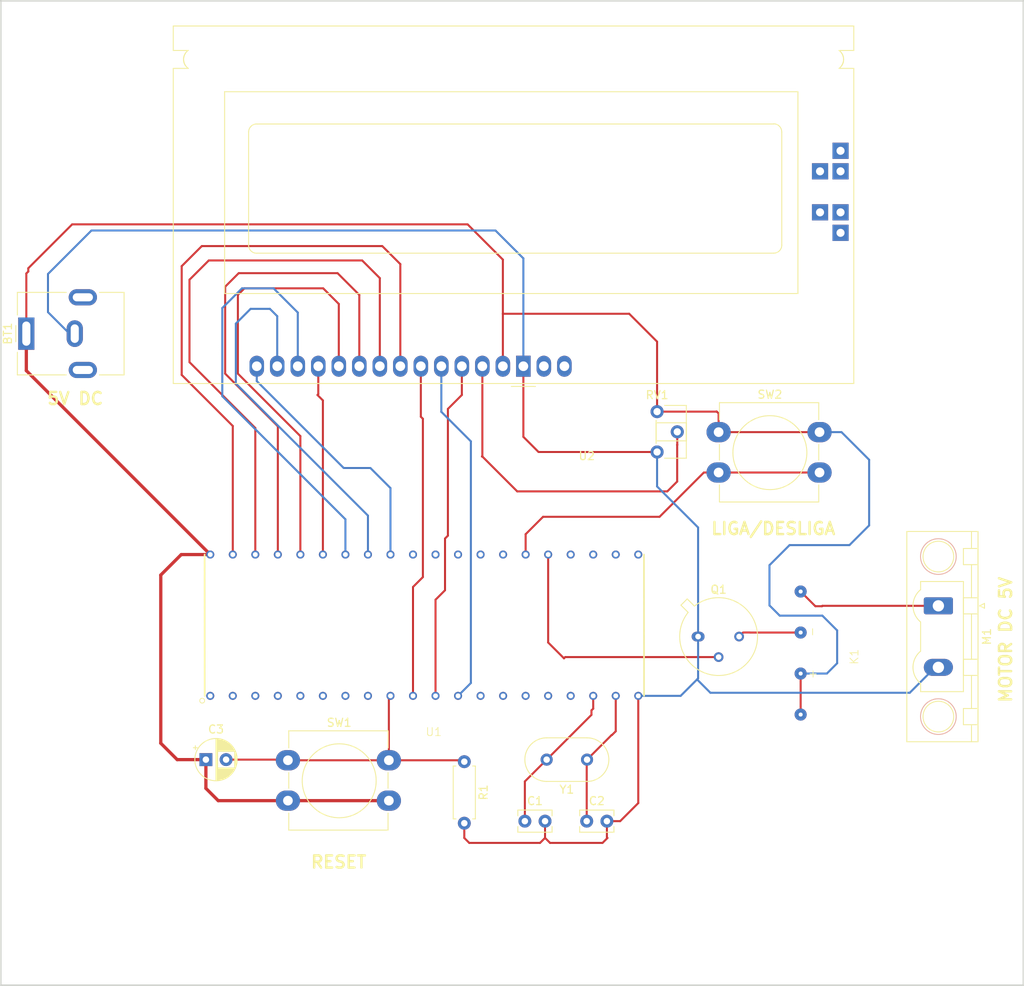
<source format=kicad_pcb>
(kicad_pcb (version 20221018) (generator pcbnew)
  (title_block (title "Desafio Sillion") (rev "V01") (comment 1 "Autor: Christiano Araújo"))
  (layers (0 "F.Cu" signal) (31 "B.Cu" signal) (34 "B.Paste" user) (35 "F.Paste" user) (36 "B.SilkS" user "B.Silkscreen") (37 "F.SilkS" user "F.Silkscreen") (38 "B.Mask" user) (39 "F.Mask" user) (44 "Edge.Cuts" user))
  (net 0 "")
  (net 1 "Net-(U1-XTAL2)")
  (net 2 "GND")
  (net 3 "Net-(U1-XTAL1)")
  (net 4 "VCC")
  (net 5 "Net-(U1-RST)")
  (net 6 "Net-(M1-+)")
  (net 7 "Net-(Q1-C)")
  (net 8 "Net-(Q1-B)")
  (net 9 "Net-(U2-VO)")
  (net 10 "Net-(U1-P2.5)")
  (net 19 "Net-(U1-P3.0)")
  (net 20 "Net-(U1-P3.1)")
  (net 21 "Net-(U1-P3.2)")
  (net 36 "Net-(U1-P0.7)")
  (net 37 "Net-(U1-P0.6)")
  (net 38 "Net-(U1-P0.5)")
  (net 39 "Net-(U1-P0.4)")
  (net 40 "Net-(U1-P0.3)")
  (net 41 "Net-(U1-P0.2)")
  (net 42 "Net-(U1-P0.1)")
  (net 43 "Net-(U1-P0.0)")
  (footprint "Capacitor_THT:C_Rect_L4.0mm_W2.5mm_P2.50mm" (layer "F.Cu") (at 136.024 132.08)
    (fp_text reference "C1" (at 1.25 -2.5) (layer "F.SilkS"))
    (fp_text value "33pF")
    (pad "1" thru_hole circle (at 0 0) (size 1.6 1.6) (drill 0.8) (layers "*.Cu" "*.Mask") (net 1 "Net-(U1-XTAL2)"))
    (pad "2" thru_hole circle (at 2.5 0) (size 1.6 1.6) (drill 0.8) (layers "*.Cu" "*.Mask") (net 2 "GND"))
  )
  (footprint "Potentiometer_THT:Potentiometer_ACP_CA6-H2,5_Horizontal" (layer "F.Cu") (at 152.4 81.36)
    (fp_text reference "RV1" (at 0 -2.06) (layer "F.SilkS"))
    (fp_text value "10K")
    (pad "1" thru_hole circle (at 0 0) (size 1.62 1.62) (drill 0.9) (layers "*.Cu" "*.Mask") (net 4 "VCC"))
    (pad "2" thru_hole circle (at 2.5 2.5) (size 1.62 1.62) (drill 0.9) (layers "*.Cu" "*.Mask") (net 9 "Net-(U2-VO)"))
    (pad "3" thru_hole circle (at 0 5) (size 1.62 1.62) (drill 0.9) (layers "*.Cu" "*.Mask") (net 2 "GND"))
  )
  (footprint "Capacitor_THT:CP_Radial_D5.0mm_P2.50mm" (layer "F.Cu") (at 96.52 124.46)
    (fp_text reference "C3" (at 1.25 -3.75) (layer "F.SilkS"))
    (fp_text value "10uF/16V")
    (pad "1" thru_hole rect (at 0 0) (size 1.6 1.6) (drill 0.8) (layers "*.Cu" "*.Mask") (net 4 "VCC"))
    (pad "2" thru_hole circle (at 2.5 0) (size 1.6 1.6) (drill 0.8) (layers "*.Cu" "*.Mask") (net 5 "Net-(U1-RST)"))
  )
  (footprint "Button_Switch_THT:SW_PUSH-12mm_Wuerth-430476085716" (layer "F.Cu") (at 106.68 124.54)
    (fp_text reference "SW1" (at 6.35 -4.66) (layer "F.SilkS"))
    (fp_text value "SW_Push")
    (pad "1" thru_hole oval (at 0 0) (size 3 2.5) (drill 1.2) (layers "*.Cu" "*.Mask") (net 5 "Net-(U1-RST)"))
    (pad "1" thru_hole oval (at 12.5 0) (size 3 2.5) (drill 1.2) (layers "*.Cu" "*.Mask") (net 5 "Net-(U1-RST)"))
    (pad "2" thru_hole oval (at 0 5) (size 3 2.5) (drill 1.2) (layers "*.Cu" "*.Mask") (net 4 "VCC"))
    (pad "2" thru_hole oval (at 12.5 5) (size 3 2.5) (drill 1.2) (layers "*.Cu" "*.Mask") (net 4 "VCC"))
  )
  (footprint "Controle_Motor_DC:Relay_COMUS_3570_1331" (layer "F.Cu") (at 170.16 111.74 90)
    (fp_text reference "K1" (at 0.02 6.66 90 unlocked) (layer "F.SilkS") (effects (font (thickness 0.1))))
    (fp_text value "Relay_SPST-NO")
    (fp_text user "-" (at 2.43 2.01 90 unlocked) (layer "F.SilkS") (effects (font (thickness 0.1)) (justify left bottom)))
    (fp_text user "+" (at -2.8 2.07 90 unlocked) (layer "F.SilkS") (effects (font (thickness 0.1)) (justify left bottom)))
    (pad "13" thru_hole circle (at -7.14 0.02 90) (size 1.5 1.5) (drill 0.5) (layers "*.Cu" "*.Mask") (net 4 "VCC"))
    (pad "14" thru_hole circle (at 8.1 0.02 90) (size 1.5 1.5) (drill 0.5) (layers "*.Cu" "*.Mask") (net 6 "Net-(M1-+)"))
    (pad "A1" thru_hole circle (at 3.02 0.02 90) (size 1.5 1.5) (drill 0.5) (layers "*.Cu" "*.Mask") (net 7 "Net-(Q1-C)"))
    (pad "A2" thru_hole circle (at -2.06 0.02 90) (size 1.5 1.5) (drill 0.5) (layers "*.Cu" "*.Mask") (net 4 "VCC"))
  )
  (footprint "Button_Switch_THT:SW_PUSH-12mm_Wuerth-430476085716" (layer "F.Cu") (at 160.02 83.9)
    (fp_text reference "SW2" (at 6.35 -4.66) (layer "F.SilkS"))
    (fp_text value "SW_Push")
    (pad "1" thru_hole oval (at 0 0) (size 3 2.5) (drill 1.2) (layers "*.Cu" "*.Mask") (net 4 "VCC"))
    (pad "1" thru_hole oval (at 12.5 0) (size 3 2.5) (drill 1.2) (layers "*.Cu" "*.Mask") (net 4 "VCC"))
    (pad "2" thru_hole oval (at 0 5) (size 3 2.5) (drill 1.2) (layers "*.Cu" "*.Mask") (net 10 "Net-(U1-P2.5)"))
    (pad "2" thru_hole oval (at 12.5 5) (size 3 2.5) (drill 1.2) (layers "*.Cu" "*.Mask") (net 10 "Net-(U1-P2.5)"))
  )
  (footprint "Controle_Motor_DC:AT89C51-PDIP" (layer "F.Cu") (at 97.06 116.56)
    (fp_text reference "U1" (at 27.68 4.47 unlocked) (layer "F.SilkS") (effects (font (thickness 0.1))))
    (fp_text value "~")
    (pad "1" thru_hole circle (at 0 0) (size 1 1) (drill 0.6) (layers "*.Cu" "*.Mask"))
    (pad "2" thru_hole circle (at 2.79 0) (size 1 1) (drill 0.6) (layers "*.Cu" "*.Mask"))
    (pad "3" thru_hole circle (at 5.58 0) (size 1 1) (drill 0.6) (layers "*.Cu" "*.Mask"))
    (pad "4" thru_hole circle (at 8.37 0) (size 1 1) (drill 0.6) (layers "*.Cu" "*.Mask"))
    (pad "5" thru_hole circle (at 11.16 0) (size 1 1) (drill 0.6) (layers "*.Cu" "*.Mask"))
    (pad "6" thru_hole circle (at 13.95 0) (size 1 1) (drill 0.6) (layers "*.Cu" "*.Mask"))
    (pad "7" thru_hole circle (at 16.74 0) (size 1 1) (drill 0.6) (layers "*.Cu" "*.Mask"))
    (pad "8" thru_hole circle (at 19.53 0) (size 1 1) (drill 0.6) (layers "*.Cu" "*.Mask"))
    (pad "9" thru_hole circle (at 22.32 0) (size 1 1) (drill 0.6) (layers "*.Cu" "*.Mask") (net 5 "Net-(U1-RST)"))
    (pad "10" thru_hole circle (at 25.11 0) (size 1 1) (drill 0.6) (layers "*.Cu" "*.Mask") (net 19 "Net-(U1-P3.0)"))
    (pad "11" thru_hole circle (at 27.9 0) (size 1 1) (drill 0.6) (layers "*.Cu" "*.Mask") (net 20 "Net-(U1-P3.1)"))
    (pad "12" thru_hole circle (at 30.69 0) (size 1 1) (drill 0.6) (layers "*.Cu" "*.Mask") (net 21 "Net-(U1-P3.2)"))
    (pad "13" thru_hole circle (at 33.48 0) (size 1 1) (drill 0.6) (layers "*.Cu" "*.Mask"))
    (pad "14" thru_hole circle (at 36.27 0) (size 1 1) (drill 0.6) (layers "*.Cu" "*.Mask"))
    (pad "15" thru_hole circle (at 39.06 0) (size 1 1) (drill 0.6) (layers "*.Cu" "*.Mask"))
    (pad "16" thru_hole circle (at 41.85 0) (size 1 1) (drill 0.6) (layers "*.Cu" "*.Mask"))
    (pad "17" thru_hole circle (at 44.64 0) (size 1 1) (drill 0.6) (layers "*.Cu" "*.Mask"))
    (pad "18" thru_hole circle (at 47.43 0) (size 1 1) (drill 0.6) (layers "*.Cu" "*.Mask") (net 1 "Net-(U1-XTAL2)"))
    (pad "19" thru_hole circle (at 50.22 0) (size 1 1) (drill 0.6) (layers "*.Cu" "*.Mask") (net 3 "Net-(U1-XTAL1)"))
    (pad "20" thru_hole circle (at 53.01 0) (size 1 1) (drill 0.6) (layers "*.Cu" "*.Mask") (net 2 "GND"))
    (pad "21" thru_hole circle (at 53.01 -17.5) (size 1 1) (drill 0.6) (layers "*.Cu" "*.Mask"))
    (pad "22" thru_hole circle (at 50.22 -17.5) (size 1 1) (drill 0.6) (layers "*.Cu" "*.Mask"))
    (pad "23" thru_hole circle (at 47.43 -17.5) (size 1 1) (drill 0.6) (layers "*.Cu" "*.Mask"))
    (pad "24" thru_hole circle (at 44.64 -17.5) (size 1 1) (drill 0.6) (layers "*.Cu" "*.Mask"))
    (pad "25" thru_hole circle (at 41.85 -17.5) (size 1 1) (drill 0.6) (layers "*.Cu" "*.Mask") (net 8 "Net-(Q1-B)"))
    (pad "26" thru_hole circle (at 39.06 -17.5) (size 1 1) (drill 0.6) (layers "*.Cu" "*.Mask") (net 10 "Net-(U1-P2.5)"))
    (pad "27" thru_hole circle (at 36.27 -17.5) (size 1 1) (drill 0.6) (layers "*.Cu" "*.Mask"))
    (pad "28" thru_hole circle (at 33.48 -17.5) (size 1 1) (drill 0.6) (layers "*.Cu" "*.Mask"))
    (pad "29" thru_hole circle (at 30.69 -17.5) (size 1 1) (drill 0.6) (layers "*.Cu" "*.Mask"))
    (pad "30" thru_hole circle (at 27.9 -17.5) (size 1 1) (drill 0.6) (layers "*.Cu" "*.Mask"))
    (pad "31" thru_hole circle (at 25.11 -17.5) (size 1 1) (drill 0.6) (layers "*.Cu" "*.Mask"))
    (pad "32" thru_hole circle (at 22.32 -17.5) (size 1 1) (drill 0.6) (layers "*.Cu" "*.Mask") (net 36 "Net-(U1-P0.7)"))
    (pad "33" thru_hole circle (at 19.53 -17.5) (size 1 1) (drill 0.6) (layers "*.Cu" "*.Mask") (net 37 "Net-(U1-P0.6)"))
    (pad "34" thru_hole circle (at 16.74 -17.5) (size 1 1) (drill 0.6) (layers "*.Cu" "*.Mask") (net 38 "Net-(U1-P0.5)"))
    (pad "35" thru_hole circle (at 13.95 -17.5) (size 1 1) (drill 0.6) (layers "*.Cu" "*.Mask") (net 39 "Net-(U1-P0.4)"))
    (pad "36" thru_hole circle (at 11.16 -17.5) (size 1 1) (drill 0.6) (layers "*.Cu" "*.Mask") (net 40 "Net-(U1-P0.3)"))
    (pad "37" thru_hole circle (at 8.37 -17.5) (size 1 1) (drill 0.6) (layers "*.Cu" "*.Mask") (net 41 "Net-(U1-P0.2)"))
    (pad "38" thru_hole circle (at 5.58 -17.5) (size 1 1) (drill 0.6) (layers "*.Cu" "*.Mask") (net 42 "Net-(U1-P0.1)"))
    (pad "39" thru_hole circle (at 2.79 -17.5) (size 1 1) (drill 0.6) (layers "*.Cu" "*.Mask") (net 43 "Net-(U1-P0.0)"))
    (pad "40" thru_hole circle (at 0 -17.5) (size 1 1) (drill 0.6) (layers "*.Cu" "*.Mask") (net 4 "VCC"))
  )
  (footprint "Crystal:Resonator-2Pin_W10.0mm_H5.0mm" (layer "F.Cu") (at 143.724 124.46 180)
    (fp_text reference "Y1" (at 2.5 -3.7) (layer "F.SilkS"))
    (fp_text value "12MHz")
    (pad "1" thru_hole circle (at 0 0 180) (size 1.5 1.5) (drill 0.8) (layers "*.Cu" "*.Mask") (net 3 "Net-(U1-XTAL1)"))
    (pad "2" thru_hole circle (at 5 0 180) (size 1.5 1.5) (drill 0.8) (layers "*.Cu" "*.Mask") (net 1 "Net-(U1-XTAL2)"))
  )
  (footprint "Display:RC1602A" (layer "F.Cu") (at 135.84 75.7375 180)
    (fp_text reference "U2" (at -7.85 -11.11) (layer "F.SilkS"))
    (fp_text value "RC1602A")
    (pad "" np_thru_hole circle (at -38.28 38) (size 2.5 2.5) (drill 2.5) (layers "*.Cu" "*.Mask"))
    (pad "" np_thru_hole circle (at -36.78 2) (size 2.5 2.5) (drill 2.5) (layers "*.Cu" "*.Mask"))
    (pad "" np_thru_hole circle (at 39.22 2) (size 2.5 2.5) (drill 2.5) (layers "*.Cu" "*.Mask"))
    (pad "" np_thru_hole circle (at 40.72 38) (size 2.5 2.5) (drill 2.5) (layers "*.Cu" "*.Mask"))
    (pad "1" thru_hole rect (at 0 0) (size 1.8 2.6) (drill 1.2) (layers "*.Cu" "*.Mask") (net 2 "GND"))
    (pad "2" thru_hole oval (at 2.54 0) (size 1.8 2.6) (drill 1.2) (layers "*.Cu" "*.Mask") (net 4 "VCC"))
    (pad "3" thru_hole oval (at 5.08 0) (size 1.8 2.6) (drill 1.2) (layers "*.Cu" "*.Mask") (net 9 "Net-(U2-VO)"))
    (pad "4" thru_hole oval (at 7.62 0) (size 1.8 2.6) (drill 1.2) (layers "*.Cu" "*.Mask") (net 20 "Net-(U1-P3.1)"))
    (pad "5" thru_hole oval (at 10.16 0) (size 1.8 2.6) (drill 1.2) (layers "*.Cu" "*.Mask") (net 21 "Net-(U1-P3.2)"))
    (pad "6" thru_hole oval (at 12.7 0) (size 1.8 2.6) (drill 1.2) (layers "*.Cu" "*.Mask") (net 19 "Net-(U1-P3.0)"))
    (pad "7" thru_hole oval (at 15.24 0) (size 1.8 2.6) (drill 1.2) (layers "*.Cu" "*.Mask") (net 43 "Net-(U1-P0.0)"))
    (pad "8" thru_hole oval (at 17.78 0) (size 1.8 2.6) (drill 1.2) (layers "*.Cu" "*.Mask") (net 42 "Net-(U1-P0.1)"))
    (pad "9" thru_hole oval (at 20.32 0) (size 1.8 2.6) (drill 1.2) (layers "*.Cu" "*.Mask") (net 41 "Net-(U1-P0.2)"))
    (pad "10" thru_hole oval (at 22.86 0) (size 1.8 2.6) (drill 1.2) (layers "*.Cu" "*.Mask") (net 40 "Net-(U1-P0.3)"))
    (pad "11" thru_hole oval (at 25.4 0) (size 1.8 2.6) (drill 1.2) (layers "*.Cu" "*.Mask") (net 39 "Net-(U1-P0.4)"))
    (pad "12" thru_hole oval (at 27.94 0) (size 1.8 2.6) (drill 1.2) (layers "*.Cu" "*.Mask") (net 38 "Net-(U1-P0.5)"))
    (pad "13" thru_hole oval (at 30.48508 0.00254) (size 1.8 2.6) (drill 1.2) (layers "*.Cu" "*.Mask") (net 37 "Net-(U1-P0.6)"))
    (pad "14" thru_hole oval (at 33.02 0) (size 1.8 2.6) (drill 1.2) (layers "*.Cu" "*.Mask") (net 36 "Net-(U1-P0.7)"))
    (pad "15" thru_hole oval (at -5.08 0) (size 1.8 2.6) (drill 1.2) (layers "*.Cu" "*.Mask"))
    (pad "16" thru_hole oval (at -2.53492 0.00254) (size 1.8 2.6) (drill 1.2) (layers "*.Cu" "*.Mask"))
    (pad "A1" thru_hole rect (at -39.28 24.14) (size 2 2) (drill 1) (layers "*.Cu" "*.Mask"))
    (pad "A1" thru_hole rect (at -39.28 26.68) (size 2 2) (drill 1) (layers "*.Cu" "*.Mask"))
    (pad "A1" thru_hole rect (at -36.74 24.14) (size 2 2) (drill 1) (layers "*.Cu" "*.Mask"))
    (pad "K1" thru_hole rect (at -39.28 16.52) (size 2 2) (drill 1) (layers "*.Cu" "*.Mask"))
    (pad "K1" thru_hole rect (at -39.28 19.06) (size 2 2) (drill 1) (layers "*.Cu" "*.Mask"))
    (pad "K1" thru_hole rect (at -36.74 19.06) (size 2 2) (drill 1) (layers "*.Cu" "*.Mask"))
  )
  (footprint "Package_TO_SOT_THT:TO-39-3" (layer "F.Cu") (at 157.48 109.22)
    (fp_text reference "Q1" (at 2.54 -5.82) (layer "F.SilkS"))
    (fp_text value "BC140")
    (pad "1" thru_hole oval (at 0 0) (size 1.6 1.2) (drill 0.7) (layers "*.Cu" "*.Mask") (net 2 "GND"))
    (pad "2" thru_hole oval (at 2.54 2.54) (size 1.2 1.2) (drill 0.7) (layers "*.Cu" "*.Mask") (net 8 "Net-(Q1-B)"))
    (pad "3" thru_hole oval (at 5.08 0) (size 1.2 1.2) (drill 0.7) (layers "*.Cu" "*.Mask") (net 7 "Net-(Q1-C)"))
  )
  (footprint "Resistor_THT:R_Axial_DIN0207_L6.3mm_D2.5mm_P7.62mm_Horizontal" (layer "F.Cu") (at 128.524 124.714 -90)
    (fp_text reference "R1" (at 3.81 -2.37 90) (layer "F.SilkS"))
    (fp_text value "10K")
    (pad "1" thru_hole circle (at 0 0 270) (size 1.6 1.6) (drill 0.8) (layers "*.Cu" "*.Mask") (net 5 "Net-(U1-RST)"))
    (pad "2" thru_hole oval (at 7.62 0 270) (size 1.6 1.6) (drill 0.8) (layers "*.Cu" "*.Mask") (net 2 "GND"))
  )
  (footprint "Connector_BarrelJack:BarrelJack_CUI_PJ-063AH_Horizontal" (layer "F.Cu") (at 74.28 71.7 90)
    (fp_text reference "BT1" (at 0 -2.3 90) (layer "F.SilkS"))
    (fp_text value "5V")
    (pad "" np_thru_hole circle (at 0 9 90) (size 1.6 1.6) (drill 1.6) (layers "*.Cu" "*.Mask"))
    (pad "1" thru_hole rect (at 0 0 90) (size 4 2) (drill oval 3 1) (layers "*.Cu" "*.Mask") (net 4 "VCC"))
    (pad "2" thru_hole oval (at 0 6 90) (size 3.3 2) (drill oval 2.3 1) (layers "*.Cu" "*.Mask") (net 2 "GND"))
    (pad "MP" thru_hole oval (at -4.5 7 90) (size 2 3.5) (drill oval 1 2.5) (layers "*.Cu" "*.Mask"))
    (pad "MP" thru_hole oval (at 4.5 7 90) (size 2 3.5) (drill oval 1 2.5) (layers "*.Cu" "*.Mask"))
  )
  (footprint "Capacitor_THT:C_Rect_L4.0mm_W2.5mm_P2.50mm" (layer "F.Cu") (at 143.684 132.08)
    (fp_text reference "C2" (at 1.25 -2.5) (layer "F.SilkS"))
    (fp_text value "33pF")
    (pad "1" thru_hole circle (at 0 0) (size 1.6 1.6) (drill 0.8) (layers "*.Cu" "*.Mask") (net 3 "Net-(U1-XTAL1)"))
    (pad "2" thru_hole circle (at 2.5 0) (size 1.6 1.6) (drill 0.8) (layers "*.Cu" "*.Mask") (net 2 "GND"))
  )
  (footprint "Connector_Phoenix_GMSTB:PhoenixContact_GMSTBV_2,5_2-GF-7,62_1x02_P7.62mm_Vertical_ThreadedFlange_MountHole" (layer "F.Cu") (at 187.2375 105.41 -90)
    (fp_text reference "M1" (at 3.81 -6 90) (layer "F.SilkS"))
    (fp_text value "Motor_DC")
    (pad "" np_thru_hole circle (at -6.1 0 270) (size 2.4 2.4) (drill 2.4) (layers "*.Cu" "*.Mask"))
    (pad "" np_thru_hole circle (at 13.72 0 270) (size 2.4 2.4) (drill 2.4) (layers "*.Cu" "*.Mask"))
    (pad "1" thru_hole roundrect (at 0 0 270) (size 2.1 3.6) (drill 1.4) (layers "*.Cu" "*.Mask") (roundrect_rratio 0.1190480952) (net 6 "Net-(M1-+)"))
    (pad "2" thru_hole oval (at 7.62 0 270) (size 2.1 3.6) (drill 1.4) (layers "*.Cu" "*.Mask") (net 2 "GND"))
  )
  (gr_rect (start 71.12 30.48) (end 197.7644 152.4) (stroke (width 0.2)) (fill none) (layer "Edge.Cuts"))
  (gr_text "5V DC" (at 76.708 80.6196) (layer "F.SilkS") (effects (font (size 1.5 1.5) (thickness 0.3) bold) (justify left bottom)))
  (gr_text "RESET" (at 109.3724 138.0236) (layer "F.SilkS") (effects (font (size 1.5 1.5) (thickness 0.3) bold) (justify left bottom)))
  (gr_text "MOTOR DC 5V" (at 196.4436 117.5512 90) (layer "F.SilkS") (effects (font (size 1.5 1.5) (thickness 0.3) bold) (justify left bottom)))
  (gr_text "LIGA/DESLIGA" (at 158.9532 96.7232) (layer "F.SilkS") (effects (font (size 1.5 1.5) (thickness 0.3) bold) (justify left bottom)))
  (segment (start 136.024 132.08) (end 136.024 127.16) (width 0.25) (layer "F.Cu") (net 1))
  (segment (start 136.024 127.16) (end 138.724 124.46) (width 0.25) (layer "F.Cu") (net 1))
  (segment (start 144.49 118.146) (end 144.49 116.56) (width 0.25) (layer "F.Cu") (net 1))
  (segment (start 144.272 118.912) (end 144.272 118.364) (width 0.25) (layer "F.Cu") (net 1))
  (segment (start 144.272 118.364) (end 144.49 118.146) (width 0.25) (layer "F.Cu") (net 1))
  (segment (start 138.724 124.46) (end 144.272 118.912) (width 0.25) (layer "F.Cu") (net 1))
  (segment (start 137.7188 86.36) (end 152.4 86.36) (width 0.25) (layer "F.Cu") (net 2))
  (segment (start 135.84 75.7375) (end 135.84 84.4812) (width 0.25) (layer "F.Cu") (net 2))
  (segment (start 139.1412 134.7724) (end 145.6436 134.7724) (width 0.25) (layer "F.Cu") (net 2))
  (segment (start 137.9068 134.7724) (end 129.1336 134.7724) (width 0.25) (layer "F.Cu") (net 2))
  (segment (start 147.828 132.08) (end 150.07 129.838) (width 0.25) (layer "F.Cu") (net 2))
  (segment (start 138.524 134.1552) (end 137.9068 134.7724) (width 0.25) (layer "F.Cu") (net 2))
  (segment (start 146.184 134.0936) (end 146.184 132.08) (width 0.25) (layer "F.Cu") (net 2))
  (segment (start 145.6436 134.7724) (end 146.2532 134.1628) (width 0.25) (layer "F.Cu") (net 2))
  (segment (start 138.524 132.08) (end 138.524 134.1552) (width 0.25) (layer "F.Cu") (net 2))
  (segment (start 146.184 132.08) (end 147.828 132.08) (width 0.25) (layer "F.Cu") (net 2))
  (segment (start 135.84 84.4812) (end 137.7188 86.36) (width 0.25) (layer "F.Cu") (net 2))
  (segment (start 150.07 129.838) (end 150.07 116.56) (width 0.25) (layer "F.Cu") (net 2))
  (segment (start 146.2532 134.1628) (end 146.184 134.0936) (width 0.25) (layer "F.Cu") (net 2))
  (segment (start 128.524 134.1628) (end 128.524 132.334) (width 0.25) (layer "F.Cu") (net 2))
  (segment (start 129.1336 134.7724) (end 128.524 134.1628) (width 0.25) (layer "F.Cu") (net 2))
  (segment (start 138.524 134.1552) (end 139.1412 134.7724) (width 0.25) (layer "F.Cu") (net 2))
  (segment (start 159.004 116.1796) (end 183.6928 116.1796) (width 0.25) (layer "B.Cu") (net 2))
  (segment (start 186.8424 113.03) (end 187.2375 113.03) (width 0.25) (layer "B.Cu") (net 2))
  (segment (start 157.48 109.22) (end 157.48 95.7072) (width 0.25) (layer "B.Cu") (net 2))
  (segment (start 157.48 109.22) (end 157.48 114.4016) (width 0.25) (layer "B.Cu") (net 2))
  (segment (start 76.962 64.3128) (end 82.3468 58.928) (width 0.25) (layer "B.Cu") (net 2))
  (segment (start 79.6248 71.7) (end 76.962 69.0372) (width 0.25) (layer "B.Cu") (net 2))
  (segment (start 76.962 69.0372) (end 76.962 64.3128) (width 0.25) (layer "B.Cu") (net 2))
  (segment (start 157.48 114.4016) (end 157.353 114.5286) (width 0.25) (layer "B.Cu") (net 2))
  (segment (start 135.84 62.3832) (end 135.84 75.7375) (width 0.25) (layer "B.Cu") (net 2))
  (segment (start 183.6928 116.1796) (end 186.8424 113.03) (width 0.25) (layer "B.Cu") (net 2))
  (segment (start 152.4 90.6272) (end 152.4 86.36) (width 0.25) (layer "B.Cu") (net 2))
  (segment (start 157.353 114.5286) (end 159.004 116.1796) (width 0.25) (layer "B.Cu") (net 2))
  (segment (start 132.3848 58.928) (end 135.84 62.3832) (width 0.25) (layer "B.Cu") (net 2))
  (segment (start 157.353 114.5286) (end 155.3216 116.56) (width 0.25) (layer "B.Cu") (net 2))
  (segment (start 82.3468 58.928) (end 132.3848 58.928) (width 0.25) (layer "B.Cu") (net 2))
  (segment (start 80.28 71.7) (end 79.6248 71.7) (width 0.25) (layer "B.Cu") (net 2))
  (segment (start 155.3216 116.56) (end 150.07 116.56) (width 0.25) (layer "B.Cu") (net 2))
  (segment (start 157.48 95.7072) (end 152.4 90.6272) (width 0.25) (layer "B.Cu") (net 2))
  (segment (start 143.724 124.46) (end 146.772 121.412) (width 0.25) (layer "F.Cu") (net 3))
  (segment (start 143.684 132.08) (end 143.684 124.5) (width 0.25) (layer "F.Cu") (net 3))
  (segment (start 147.28 120.944) (end 147.28 116.56) (width 0.25) (layer "F.Cu") (net 3))
  (segment (start 143.684 124.5) (end 143.724 124.46) (width 0.25) (layer "F.Cu") (net 3))
  (segment (start 146.812 121.412) (end 147.28 120.944) (width 0.25) (layer "F.Cu") (net 3))
  (segment (start 146.772 121.412) (end 146.812 121.412) (width 0.25) (layer "F.Cu") (net 3))
  (segment (start 93.472 99.06) (end 90.932 101.6) (width 0.4) (layer "F.Cu") (net 4))
  (segment (start 160.02 83.9) (end 160.02 81.5848) (width 0.25) (layer "F.Cu") (net 4))
  (segment (start 133.3 69.2404) (end 133.3 62.5356) (width 0.25) (layer "F.Cu") (net 4))
  (segment (start 159.7368 81.36) (end 152.4 81.36) (width 0.25) (layer "F.Cu") (net 4))
  (segment (start 133.3 62.5356) (end 128.9304 58.166) (width 0.25) (layer "F.Cu") (net 4))
  (segment (start 74.28 76.28) (end 97.06 99.06) (width 0.4) (layer "F.Cu") (net 4))
  (segment (start 106.68 129.54) (end 119.18 129.54) (width 0.4) (layer "F.Cu") (net 4))
  (segment (start 148.9456 69.2404) (end 152.4 72.6948) (width 0.25) (layer "F.Cu") (net 4))
  (segment (start 159.766 81.3308) (end 159.7368 81.36) (width 0.25) (layer "F.Cu") (net 4))
  (segment (start 97.06 99.06) (end 93.472 99.06) (width 0.4) (layer "F.Cu") (net 4))
  (segment (start 96.52 128.016) (end 98.044 129.54) (width 0.4) (layer "F.Cu") (net 4))
  (segment (start 74.5236 63.6016) (end 74.5236 64.008) (width 0.25) (layer "F.Cu") (net 4))
  (segment (start 160.02 81.5848) (end 159.766 81.3308) (width 0.25) (layer "F.Cu") (net 4))
  (segment (start 79.9592 58.166) (end 74.5236 63.6016) (width 0.25) (layer "F.Cu") (net 4))
  (segment (start 133.3 75.7375) (end 133.3 69.2404) (width 0.25) (layer "F.Cu") (net 4))
  (segment (start 133.3 69.2404) (end 148.9456 69.2404) (width 0.25) (layer "F.Cu") (net 4))
  (segment (start 74.28 71.7) (end 74.28 76.28) (width 0.4) (layer "F.Cu") (net 4))
  (segment (start 90.932 101.6) (end 90.932 122.428) (width 0.4) (layer "F.Cu") (net 4))
  (segment (start 128.9304 58.166) (end 79.9592 58.166) (width 0.25) (layer "F.Cu") (net 4))
  (segment (start 170.18 113.8) (end 170.18 118.88) (width 0.25) (layer "F.Cu") (net 4))
  (segment (start 90.932 122.428) (end 92.964 124.46) (width 0.4) (layer "F.Cu") (net 4))
  (segment (start 74.5236 64.008) (end 74.28 64.2516) (width 0.25) (layer "F.Cu") (net 4))
  (segment (start 98.044 129.54) (end 106.68 129.54) (width 0.4) (layer "F.Cu") (net 4))
  (segment (start 92.964 124.46) (end 96.52 124.46) (width 0.4) (layer "F.Cu") (net 4))
  (segment (start 74.28 64.2516) (end 74.28 71.7) (width 0.25) (layer "F.Cu") (net 4))
  (segment (start 152.4 72.6948) (end 152.4 81.36) (width 0.25) (layer "F.Cu") (net 4))
  (segment (start 160.02 83.9) (end 172.52 83.9) (width 0.25) (layer "F.Cu") (net 4))
  (segment (start 96.52 124.46) (end 96.52 128.016) (width 0.4) (layer "F.Cu") (net 4))
  (segment (start 178.6636 95.4532) (end 176.2252 97.8916) (width 0.25) (layer "B.Cu") (net 4))
  (segment (start 178.6636 87.3252) (end 178.6636 95.4532) (width 0.25) (layer "B.Cu") (net 4))
  (segment (start 173.4232 113.8) (end 170.18 113.8) (width 0.25) (layer "B.Cu") (net 4))
  (segment (start 166.3192 100.3808) (end 166.3192 105.3592) (width 0.25) (layer "B.Cu") (net 4))
  (segment (start 174.7012 108.458) (end 174.7012 112.522) (width 0.25) (layer "B.Cu") (net 4))
  (segment (start 166.3192 105.3592) (end 167.5892 106.6292) (width 0.25) (layer "B.Cu") (net 4))
  (segment (start 168.8084 97.8916) (end 166.3192 100.3808) (width 0.25) (layer "B.Cu") (net 4))
  (segment (start 172.8724 106.6292) (end 174.7012 108.458) (width 0.25) (layer "B.Cu") (net 4))
  (segment (start 176.2252 97.8916) (end 168.8084 97.8916) (width 0.25) (layer "B.Cu") (net 4))
  (segment (start 167.5892 106.6292) (end 172.8724 106.6292) (width 0.25) (layer "B.Cu") (net 4))
  (segment (start 175.2384 83.9) (end 178.6636 87.3252) (width 0.25) (layer "B.Cu") (net 4))
  (segment (start 174.7012 112.522) (end 173.4232 113.8) (width 0.25) (layer "B.Cu") (net 4))
  (segment (start 172.52 83.9) (end 175.2384 83.9) (width 0.25) (layer "B.Cu") (net 4))
  (segment (start 119.18 124.54) (end 119.18 116.76) (width 0.25) (layer "F.Cu") (net 5))
  (segment (start 128.35 124.54) (end 128.524 124.714) (width 0.25) (layer "F.Cu") (net 5))
  (segment (start 119.18 124.54) (end 128.35 124.54) (width 0.25) (layer "F.Cu") (net 5))
  (segment (start 106.6 124.46) (end 106.68 124.54) (width 0.25) (layer "F.Cu") (net 5))
  (segment (start 99.02 124.46) (end 106.6 124.46) (width 0.25) (layer "F.Cu") (net 5))
  (segment (start 119.18 116.76) (end 119.38 116.56) (width 0.25) (layer "F.Cu") (net 5))
  (segment (start 106.68 124.54) (end 119.18 124.54) (width 0.25) (layer "F.Cu") (net 5))
  (segment (start 172.0008 105.4608) (end 172.8216 105.4608) (width 0.25) (layer "F.Cu") (net 6))
  (segment (start 172.8724 105.41) (end 187.2375 105.41) (width 0.25) (layer "F.Cu") (net 6))
  (segment (start 172.8216 105.4608) (end 172.8724 105.41) (width 0.25) (layer "F.Cu") (net 6))
  (segment (start 170.18 103.64) (end 172.0008 105.4608) (width 0.25) (layer "F.Cu") (net 6))
  (segment (start 163.8808 108.712) (end 163.8888 108.72) (width 0.25) (layer "F.Cu") (net 7))
  (segment (start 163.8888 108.72) (end 170.18 108.72) (width 0.25) (layer "F.Cu") (net 7))
  (segment (start 162.56 109.22) (end 163.068 108.712) (width 0.25) (layer "F.Cu") (net 7))
  (segment (start 163.068 108.712) (end 163.8808 108.712) (width 0.25) (layer "F.Cu") (net 7))
  (segment (start 138.91 109.954) (end 140.8684 111.9124) (width 0.25) (layer "F.Cu") (net 8))
  (segment (start 141.0208 111.76) (end 160.02 111.76) (width 0.25) (layer "F.Cu") (net 8))
  (segment (start 138.91 99.06) (end 138.91 109.954) (width 0.25) (layer "F.Cu") (net 8))
  (segment (start 140.8684 111.9124) (end 141.0208 111.76) (width 0.25) (layer "F.Cu") (net 8))
  (segment (start 154.9 83.86) (end 154.9 85.465133) (width 0.25) (layer "F.Cu") (net 9))
  (segment (start 130.7592 86.9188) (end 130.7084 86.9188) (width 0.25) (layer "F.Cu") (net 9))
  (segment (start 130.76 86.8672) (end 130.76 75.7375) (width 0.25) (layer "F.Cu") (net 9))
  (segment (start 154.9 85.465133) (end 154.8892 85.475933) (width 0.25) (layer "F.Cu") (net 9))
  (segment (start 153.67 91.2368) (end 135.0772 91.2368) (width 0.25) (layer "F.Cu") (net 9))
  (segment (start 130.7084 86.9188) (end 130.76 86.8672) (width 0.25) (layer "F.Cu") (net 9))
  (segment (start 154.8892 85.475933) (end 154.8892 90.0176) (width 0.25) (layer "F.Cu") (net 9))
  (segment (start 154.8892 90.0176) (end 153.67 91.2368) (width 0.25) (layer "F.Cu") (net 9))
  (segment (start 135.0772 91.2368) (end 130.7592 86.9188) (width 0.25) (layer "F.Cu") (net 9))
  (segment (start 138.2776 94.3864) (end 136.12 96.544) (width 0.25) (layer "F.Cu") (net 10))
  (segment (start 158.1912 88.9) (end 152.7048 94.3864) (width 0.25) (layer "F.Cu") (net 10))
  (segment (start 160.02 88.9) (end 172.52 88.9) (width 0.25) (layer "F.Cu") (net 10))
  (segment (start 160.02 88.9) (end 158.1912 88.9) (width 0.25) (layer "F.Cu") (net 10))
  (segment (start 136.12 96.544) (end 136.12 99.06) (width 0.25) (layer "F.Cu") (net 10))
  (segment (start 152.7048 94.3864) (end 138.2776 94.3864) (width 0.25) (layer "F.Cu") (net 10))
  (segment (start 122.17 103.0772) (end 123.3932 101.854) (width 0.25) (layer "F.Cu") (net 19))
  (segment (start 123.3932 101.854) (end 123.3932 82.2452) (width 0.25) (layer "F.Cu") (net 19))
  (segment (start 123.3932 82.2452) (end 123.14 81.992) (width 0.25) (layer "F.Cu") (net 19))
  (segment (start 123.14 81.992) (end 123.14 75.7375) (width 0.25) (layer "F.Cu") (net 19))
  (segment (start 122.17 116.56) (end 122.17 103.0772) (width 0.25) (layer "F.Cu") (net 19))
  (segment (start 128.22 79.298) (end 128.22 75.7375) (width 0.25) (layer "F.Cu") (net 20))
  (segment (start 126.492 81.026) (end 128.22 79.298) (width 0.25) (layer "F.Cu") (net 20))
  (segment (start 124.96 104.656) (end 126.1364 103.4796) (width 0.25) (layer "F.Cu") (net 20))
  (segment (start 126.492 96.7232) (end 126.492 81.026) (width 0.25) (layer "F.Cu") (net 20))
  (segment (start 126.1364 103.4796) (end 126.1364 97.0788) (width 0.25) (layer "F.Cu") (net 20))
  (segment (start 126.1364 97.0788) (end 126.492 96.7232) (width 0.25) (layer "F.Cu") (net 20))
  (segment (start 124.96 116.56) (end 124.96 104.656) (width 0.25) (layer "F.Cu") (net 20))
  (segment (start 127.75 116.56) (end 129.3368 114.9732) (width 0.25) (layer "B.Cu") (net 21))
  (segment (start 125.68 81.3808) (end 125.68 75.7375) (width 0.25) (layer "B.Cu") (net 21))
  (segment (start 129.3368 114.9732) (end 129.3368 85.0392) (width 0.25) (layer "B.Cu") (net 21))
  (segment (start 125.6792 81.3816) (end 125.68 81.3808) (width 0.25) (layer "B.Cu") (net 21))
  (segment (start 129.3368 85.0392) (end 125.6792 81.3816) (width 0.25) (layer "B.Cu") (net 21))
  (segment (start 119.38 90.8304) (end 116.8908 88.3412) (width 0.25) (layer "B.Cu") (net 36))
  (segment (start 113.5888 88.3412) (end 116.8908 88.3412) (width 0.25) (layer "B.Cu") (net 36))
  (segment (start 102.82 75.7375) (end 102.82 77.5724) (width 0.25) (layer "B.Cu") (net 36))
  (segment (start 102.82 77.5724) (end 113.5888 88.3412) (width 0.25) (layer "B.Cu") (net 36))
  (segment (start 119.38 99.06) (end 119.38 90.8304) (width 0.25) (layer "B.Cu") (net 36))
  (segment (start 116.59 99.06) (end 116.59 94.238) (width 0.25) (layer "B.Cu") (net 37))
  (segment (start 105.35492 69.54092) (end 105.35492 75.73496) (width 0.25) (layer "B.Cu") (net 37))
  (segment (start 100.2284 77.8764) (end 100.2284 70.4596) (width 0.25) (layer "B.Cu") (net 37))
  (segment (start 102.0572 68.6308) (end 104.4448 68.6308) (width 0.25) (layer "B.Cu") (net 37))
  (segment (start 100.2284 70.4596) (end 102.0572 68.6308) (width 0.25) (layer "B.Cu") (net 37))
  (segment (start 104.4448 68.6308) (end 105.35492 69.54092) (width 0.25) (layer "B.Cu") (net 37))
  (segment (start 116.59 94.238) (end 100.2284 77.8764) (width 0.25) (layer "B.Cu") (net 37))
  (segment (start 104.902 66.0908) (end 107.9 69.0888) (width 0.25) (layer "B.Cu") (net 38))
  (segment (start 107.9 69.0888) (end 107.9 75.7375) (width 0.25) (layer "B.Cu") (net 38))
  (segment (start 113.8 99.06) (end 113.8 94.6992) (width 0.25) (layer "B.Cu") (net 38))
  (segment (start 98.552 79.4512) (end 98.552 68.5292) (width 0.25) (layer "B.Cu") (net 38))
  (segment (start 98.552 68.5292) (end 100.9904 66.0908) (width 0.25) (layer "B.Cu") (net 38))
  (segment (start 113.8 94.6992) (end 98.552 79.4512) (width 0.25) (layer "B.Cu") (net 38))
  (segment (start 100.9904 66.0908) (end 104.902 66.0908) (width 0.25) (layer "B.Cu") (net 38))
  (segment (start 110.3376 79.2988) (end 110.44 79.1964) (width 0.25) (layer "F.Cu") (net 39))
  (segment (start 110.44 79.1964) (end 110.44 75.7375) (width 0.25) (layer "F.Cu") (net 39))
  (segment (start 111.01 79.9712) (end 110.3376 79.2988) (width 0.25) (layer "F.Cu") (net 39))
  (segment (start 111.01 99.06) (end 111.01 79.9712) (width 0.25) (layer "F.Cu") (net 39))
  (segment (start 112.98 68.022) (end 112.98 75.7375) (width 0.25) (layer "F.Cu") (net 40))
  (segment (start 101.2952 66.0908) (end 111.0488 66.0908) (width 0.25) (layer "F.Cu") (net 40))
  (segment (start 108.22 99.06) (end 108.22 84.3948) (width 0.25) (layer "F.Cu") (net 40))
  (segment (start 108.22 84.3948) (end 100.4824 76.6572) (width 0.25) (layer "F.Cu") (net 40))
  (segment (start 100.4824 66.9036) (end 101.2952 66.0908) (width 0.25) (layer "F.Cu") (net 40))
  (segment (start 100.4824 76.6572) (end 100.4824 66.9036) (width 0.25) (layer "F.Cu") (net 40))
  (segment (start 111.0488 66.0908) (end 112.98 68.022) (width 0.25) (layer "F.Cu") (net 40))
  (segment (start 112.8268 64.2112) (end 115.52 66.9044) (width 0.25) (layer "F.Cu") (net 41))
  (segment (start 98.9076 65.8876) (end 100.584 64.2112) (width 0.25) (layer "F.Cu") (net 41))
  (segment (start 105.43 99.06) (end 105.43 83.1796) (width 0.25) (layer "F.Cu") (net 41))
  (segment (start 115.52 66.9044) (end 115.52 75.7375) (width 0.25) (layer "F.Cu") (net 41))
  (segment (start 105.43 83.1796) (end 98.9076 76.6572) (width 0.25) (layer "F.Cu") (net 41))
  (segment (start 100.584 64.2112) (end 112.8268 64.2112) (width 0.25) (layer "F.Cu") (net 41))
  (segment (start 98.9076 76.6572) (end 98.9076 65.8876) (width 0.25) (layer "F.Cu") (net 41))
  (segment (start 118.06 64.8216) (end 115.8748 62.6364) (width 0.25) (layer "F.Cu") (net 42))
  (segment (start 115.8748 62.6364) (end 96.8756 62.6364) (width 0.25) (layer "F.Cu") (net 42))
  (segment (start 96.8756 62.6364) (end 94.488 65.024) (width 0.25) (layer "F.Cu") (net 42))
  (segment (start 118.06 75.7375) (end 118.06 64.8216) (width 0.25) (layer "F.Cu") (net 42))
  (segment (start 102.64 83.3868) (end 102.64 99.06) (width 0.25) (layer "F.Cu") (net 42))
  (segment (start 94.488 75.2348) (end 102.64 83.3868) (width 0.25) (layer "F.Cu") (net 42))
  (segment (start 94.488 65.024) (end 94.488 75.2348) (width 0.25) (layer "F.Cu") (net 42))
  (segment (start 99.85 99.06) (end 99.85 83.1368) (width 0.25) (layer "F.Cu") (net 43))
  (segment (start 118.364 60.8584) (end 120.6 63.0944) (width 0.25) (layer "F.Cu") (net 43))
  (segment (start 96.012 60.8584) (end 118.364 60.8584) (width 0.25) (layer "F.Cu") (net 43))
  (segment (start 99.85 83.1368) (end 93.5228 76.8096) (width 0.25) (layer "F.Cu") (net 43))
  (segment (start 93.5228 76.8096) (end 93.5228 63.3476) (width 0.25) (layer "F.Cu") (net 43))
  (segment (start 93.5228 63.3476) (end 96.012 60.8584) (width 0.25) (layer "F.Cu") (net 43))
  (segment (start 120.6 63.0944) (end 120.6 75.7375) (width 0.25) (layer "F.Cu") (net 43))
)
</source>
